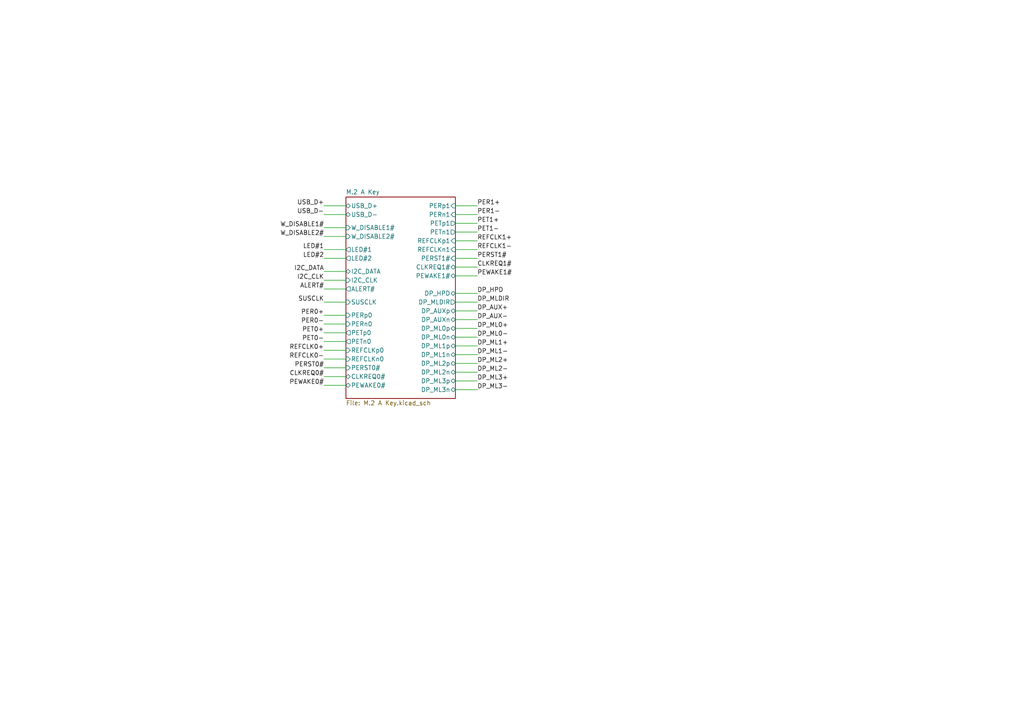
<source format=kicad_sch>
(kicad_sch
	(version 20250114)
	(generator "eeschema")
	(generator_version "9.0")
	(uuid "be37c6ac-80c4-4199-9a78-4aebb9ba3f25")
	(paper "A4")
	(lib_symbols)
	(wire
		(pts
			(xy 132.08 87.63) (xy 138.43 87.63)
		)
		(stroke
			(width 0)
			(type default)
		)
		(uuid "05af7ba7-dbea-4a6d-894b-fff43b5538ee")
	)
	(wire
		(pts
			(xy 132.08 92.71) (xy 138.43 92.71)
		)
		(stroke
			(width 0)
			(type default)
		)
		(uuid "0734186e-8838-464f-a4f4-0dde06b42e03")
	)
	(wire
		(pts
			(xy 132.08 113.03) (xy 138.43 113.03)
		)
		(stroke
			(width 0)
			(type default)
		)
		(uuid "1107fa35-8013-46d7-bb24-9c4e7332f3ca")
	)
	(wire
		(pts
			(xy 93.98 66.04) (xy 100.33 66.04)
		)
		(stroke
			(width 0)
			(type default)
		)
		(uuid "11ebb17f-ddba-46df-aced-cf57c9e48352")
	)
	(wire
		(pts
			(xy 93.98 109.22) (xy 100.33 109.22)
		)
		(stroke
			(width 0)
			(type default)
		)
		(uuid "17438395-f6b5-4762-bb1b-a278cc856f2a")
	)
	(wire
		(pts
			(xy 132.08 72.39) (xy 138.43 72.39)
		)
		(stroke
			(width 0)
			(type default)
		)
		(uuid "1a230641-6c04-4d93-810e-a52e926da280")
	)
	(wire
		(pts
			(xy 132.08 97.79) (xy 138.43 97.79)
		)
		(stroke
			(width 0)
			(type default)
		)
		(uuid "1d3a52be-ec1d-4dc5-ba15-cb6fb73b87bb")
	)
	(wire
		(pts
			(xy 132.08 59.69) (xy 138.43 59.69)
		)
		(stroke
			(width 0)
			(type default)
		)
		(uuid "217dde74-0c6d-4a56-9e95-bde60b4467a0")
	)
	(wire
		(pts
			(xy 93.98 59.69) (xy 100.33 59.69)
		)
		(stroke
			(width 0)
			(type default)
		)
		(uuid "2b413b9b-d094-47cf-9bd0-4a04cbce10ce")
	)
	(wire
		(pts
			(xy 93.98 91.44) (xy 100.33 91.44)
		)
		(stroke
			(width 0)
			(type default)
		)
		(uuid "2d8d74ec-1596-471e-b2b3-5cc2a755ae3e")
	)
	(wire
		(pts
			(xy 93.98 101.6) (xy 100.33 101.6)
		)
		(stroke
			(width 0)
			(type default)
		)
		(uuid "324a397c-f048-42e0-a977-adfd197a3310")
	)
	(wire
		(pts
			(xy 93.98 72.39) (xy 100.33 72.39)
		)
		(stroke
			(width 0)
			(type default)
		)
		(uuid "37ba3835-bd73-44ed-9e55-d2de7a2faf18")
	)
	(wire
		(pts
			(xy 93.98 81.28) (xy 100.33 81.28)
		)
		(stroke
			(width 0)
			(type default)
		)
		(uuid "3d2954e7-d31a-42ea-a672-7df36db0fdc4")
	)
	(wire
		(pts
			(xy 93.98 93.98) (xy 100.33 93.98)
		)
		(stroke
			(width 0)
			(type default)
		)
		(uuid "447ebd93-7168-47dd-829d-554933829a8a")
	)
	(wire
		(pts
			(xy 132.08 67.31) (xy 138.43 67.31)
		)
		(stroke
			(width 0)
			(type default)
		)
		(uuid "4b1ef0dd-6459-4c75-a3b8-42d902eeac86")
	)
	(wire
		(pts
			(xy 93.98 99.06) (xy 100.33 99.06)
		)
		(stroke
			(width 0)
			(type default)
		)
		(uuid "4f4a2ac6-2863-4222-b8c1-5df941aa9d9f")
	)
	(wire
		(pts
			(xy 132.08 107.95) (xy 138.43 107.95)
		)
		(stroke
			(width 0)
			(type default)
		)
		(uuid "500c7915-8f3d-49fd-b208-7a1c62268fb3")
	)
	(wire
		(pts
			(xy 93.98 62.23) (xy 100.33 62.23)
		)
		(stroke
			(width 0)
			(type default)
		)
		(uuid "565c4208-2133-44e2-b05a-b91e3ec6b05b")
	)
	(wire
		(pts
			(xy 132.08 95.25) (xy 138.43 95.25)
		)
		(stroke
			(width 0)
			(type default)
		)
		(uuid "58081082-cb02-415a-9f2e-dae71df19725")
	)
	(wire
		(pts
			(xy 132.08 80.01) (xy 138.43 80.01)
		)
		(stroke
			(width 0)
			(type default)
		)
		(uuid "67babe57-0dde-4c09-9173-07cbd029b01a")
	)
	(wire
		(pts
			(xy 93.98 78.74) (xy 100.33 78.74)
		)
		(stroke
			(width 0)
			(type default)
		)
		(uuid "71966f04-d78f-49e5-879a-ed1d2a50f3c0")
	)
	(wire
		(pts
			(xy 132.08 85.09) (xy 138.43 85.09)
		)
		(stroke
			(width 0)
			(type default)
		)
		(uuid "741451df-d5d0-4180-901a-aa548d60261a")
	)
	(wire
		(pts
			(xy 132.08 77.47) (xy 138.43 77.47)
		)
		(stroke
			(width 0)
			(type default)
		)
		(uuid "75625224-91fd-4fbc-bffe-fa0a951926a5")
	)
	(wire
		(pts
			(xy 132.08 100.33) (xy 138.43 100.33)
		)
		(stroke
			(width 0)
			(type default)
		)
		(uuid "8038d786-847c-4f02-ac4f-bc49c7a37305")
	)
	(wire
		(pts
			(xy 93.98 106.68) (xy 100.33 106.68)
		)
		(stroke
			(width 0)
			(type default)
		)
		(uuid "a3f04643-6f95-4a35-b1fd-7f6a92f25c1f")
	)
	(wire
		(pts
			(xy 132.08 90.17) (xy 138.43 90.17)
		)
		(stroke
			(width 0)
			(type default)
		)
		(uuid "a64e4c6e-073d-4958-9315-f0c1503f29f2")
	)
	(wire
		(pts
			(xy 93.98 96.52) (xy 100.33 96.52)
		)
		(stroke
			(width 0)
			(type default)
		)
		(uuid "a7953910-5cf7-4b3e-817c-b36c18f62c0f")
	)
	(wire
		(pts
			(xy 132.08 110.49) (xy 138.43 110.49)
		)
		(stroke
			(width 0)
			(type default)
		)
		(uuid "ac36d072-b9ea-42d2-af4c-fd75d58f8727")
	)
	(wire
		(pts
			(xy 132.08 102.87) (xy 138.43 102.87)
		)
		(stroke
			(width 0)
			(type default)
		)
		(uuid "bd6685d4-0310-4af9-8e11-6d2a44bf67b9")
	)
	(wire
		(pts
			(xy 132.08 69.85) (xy 138.43 69.85)
		)
		(stroke
			(width 0)
			(type default)
		)
		(uuid "c0b46ad7-759b-480a-aae4-a0f84e7069e2")
	)
	(wire
		(pts
			(xy 93.98 87.63) (xy 100.33 87.63)
		)
		(stroke
			(width 0)
			(type default)
		)
		(uuid "c228ca63-1e34-4988-9e2f-2c2581da4642")
	)
	(wire
		(pts
			(xy 93.98 74.93) (xy 100.33 74.93)
		)
		(stroke
			(width 0)
			(type default)
		)
		(uuid "c472aee1-a187-4f6a-8048-6f42e049db1d")
	)
	(wire
		(pts
			(xy 132.08 62.23) (xy 138.43 62.23)
		)
		(stroke
			(width 0)
			(type default)
		)
		(uuid "c8b3fbc4-60dd-4e58-b70b-1c923bae0b37")
	)
	(wire
		(pts
			(xy 93.98 68.58) (xy 100.33 68.58)
		)
		(stroke
			(width 0)
			(type default)
		)
		(uuid "e0cc2965-e54f-4ec6-b5bf-322ac0a29c98")
	)
	(wire
		(pts
			(xy 93.98 111.76) (xy 100.33 111.76)
		)
		(stroke
			(width 0)
			(type default)
		)
		(uuid "e0e7fa45-1689-4764-8252-ac6e532bff50")
	)
	(wire
		(pts
			(xy 132.08 74.93) (xy 138.43 74.93)
		)
		(stroke
			(width 0)
			(type default)
		)
		(uuid "e70091e3-e9ad-4bec-a8d7-9754132e5be1")
	)
	(wire
		(pts
			(xy 93.98 104.14) (xy 100.33 104.14)
		)
		(stroke
			(width 0)
			(type default)
		)
		(uuid "eb59732a-55eb-4eb7-bfaf-28b9e30a3768")
	)
	(wire
		(pts
			(xy 93.98 83.82) (xy 100.33 83.82)
		)
		(stroke
			(width 0)
			(type default)
		)
		(uuid "eba53842-288f-4f95-a08f-26703190bdb8")
	)
	(wire
		(pts
			(xy 132.08 64.77) (xy 138.43 64.77)
		)
		(stroke
			(width 0)
			(type default)
		)
		(uuid "f28470fe-0412-4a62-b1ee-c4043bbdb532")
	)
	(wire
		(pts
			(xy 132.08 105.41) (xy 138.43 105.41)
		)
		(stroke
			(width 0)
			(type default)
		)
		(uuid "f5e5052a-b893-414d-a757-fd894d4f3676")
	)
	(label "PEWAKE1#"
		(at 138.43 80.01 0)
		(effects
			(font
				(size 1.27 1.27)
			)
			(justify left bottom)
		)
		(uuid "018c089a-26b6-4e30-9ac9-d23a95d88cfb")
	)
	(label "REFCLK0+"
		(at 93.98 101.6 180)
		(effects
			(font
				(size 1.27 1.27)
			)
			(justify right bottom)
		)
		(uuid "02cfb8d6-efb5-4601-a885-c041c52ca873")
	)
	(label "PET1-"
		(at 138.43 67.31 0)
		(effects
			(font
				(size 1.27 1.27)
			)
			(justify left bottom)
		)
		(uuid "07c11cdc-eeaa-4b44-9dd3-f64a8fd75e6b")
	)
	(label "USB_D-"
		(at 93.98 62.23 180)
		(effects
			(font
				(size 1.27 1.27)
			)
			(justify right bottom)
		)
		(uuid "10fa0346-0ab6-4451-8db8-59241b07fe0c")
	)
	(label "CLKREQ0#"
		(at 93.98 109.22 180)
		(effects
			(font
				(size 1.27 1.27)
			)
			(justify right bottom)
		)
		(uuid "1e5b6b37-2698-44f1-9392-833dce26f109")
	)
	(label "REFCLK1-"
		(at 138.43 72.39 0)
		(effects
			(font
				(size 1.27 1.27)
			)
			(justify left bottom)
		)
		(uuid "2f49fd22-5ef9-467d-9561-ddc1cdc45772")
	)
	(label "LED#2"
		(at 93.98 74.93 180)
		(effects
			(font
				(size 1.27 1.27)
			)
			(justify right bottom)
		)
		(uuid "35b8bba5-b350-429e-908a-71498769c0fc")
	)
	(label "DP_AUX+"
		(at 138.43 90.17 0)
		(effects
			(font
				(size 1.27 1.27)
			)
			(justify left bottom)
		)
		(uuid "36268405-60e2-4c7e-8ead-a31ce11fa774")
	)
	(label "DP_HPD"
		(at 138.43 85.09 0)
		(effects
			(font
				(size 1.27 1.27)
			)
			(justify left bottom)
		)
		(uuid "4d0a9fc9-0026-4788-b9d4-6257bf5d5d54")
	)
	(label "PER0+"
		(at 93.98 91.44 180)
		(effects
			(font
				(size 1.27 1.27)
			)
			(justify right bottom)
		)
		(uuid "53476b06-a426-4e33-ae46-06a30cfad050")
	)
	(label "PEWAKE0#"
		(at 93.98 111.76 180)
		(effects
			(font
				(size 1.27 1.27)
			)
			(justify right bottom)
		)
		(uuid "55990373-ca0b-4290-9d66-068a3bdf946c")
	)
	(label "REFCLK1+"
		(at 138.43 69.85 0)
		(effects
			(font
				(size 1.27 1.27)
			)
			(justify left bottom)
		)
		(uuid "5668eb65-b8cd-4bee-a801-0fe925fda14b")
	)
	(label "DP_ML0-"
		(at 138.43 97.79 0)
		(effects
			(font
				(size 1.27 1.27)
			)
			(justify left bottom)
		)
		(uuid "66ca0b23-3cc3-42f7-bf0c-eacef9d846c5")
	)
	(label "DP_MLDIR"
		(at 138.43 87.63 0)
		(effects
			(font
				(size 1.27 1.27)
			)
			(justify left bottom)
		)
		(uuid "6b8b5b90-6cd1-4e36-b7cb-ad6994a9da28")
	)
	(label "DP_ML3+"
		(at 138.43 110.49 0)
		(effects
			(font
				(size 1.27 1.27)
			)
			(justify left bottom)
		)
		(uuid "6de8abb7-b0bd-4387-9f33-49034fdc6efb")
	)
	(label "CLKREQ1#"
		(at 138.43 77.47 0)
		(effects
			(font
				(size 1.27 1.27)
			)
			(justify left bottom)
		)
		(uuid "775e3090-d18e-405d-bda2-cee02012c678")
	)
	(label "SUSCLK"
		(at 93.98 87.63 180)
		(effects
			(font
				(size 1.27 1.27)
			)
			(justify right bottom)
		)
		(uuid "784aa8ba-cf44-4c96-8429-a463eae2577f")
	)
	(label "DP_ML3-"
		(at 138.43 113.03 0)
		(effects
			(font
				(size 1.27 1.27)
			)
			(justify left bottom)
		)
		(uuid "788dc5fd-4ea3-445c-bb0d-74e056c63e16")
	)
	(label "REFCLK0-"
		(at 93.98 104.14 180)
		(effects
			(font
				(size 1.27 1.27)
			)
			(justify right bottom)
		)
		(uuid "83856696-eb4f-4b46-bbfa-d6cbcb012312")
	)
	(label "PER1-"
		(at 138.43 62.23 0)
		(effects
			(font
				(size 1.27 1.27)
			)
			(justify left bottom)
		)
		(uuid "8915f5f9-40c9-42ec-b23a-9e91264be452")
	)
	(label "PER1+"
		(at 138.43 59.69 0)
		(effects
			(font
				(size 1.27 1.27)
			)
			(justify left bottom)
		)
		(uuid "8a507665-52eb-48f2-9573-6567d7b53dd0")
	)
	(label "DP_ML0+"
		(at 138.43 95.25 0)
		(effects
			(font
				(size 1.27 1.27)
			)
			(justify left bottom)
		)
		(uuid "952cc767-ab73-431e-992a-2c2568e3ac68")
	)
	(label "DP_ML1-"
		(at 138.43 102.87 0)
		(effects
			(font
				(size 1.27 1.27)
			)
			(justify left bottom)
		)
		(uuid "9a8a302f-6f25-4a38-a90e-f842ea6eefb0")
	)
	(label "I2C_DATA"
		(at 93.98 78.74 180)
		(effects
			(font
				(size 1.27 1.27)
			)
			(justify right bottom)
		)
		(uuid "9b44cc3a-0897-4212-9413-adb48a27dab2")
	)
	(label "PER0-"
		(at 93.98 93.98 180)
		(effects
			(font
				(size 1.27 1.27)
			)
			(justify right bottom)
		)
		(uuid "9c66c533-63f3-4858-8bf9-66ec3a5ec4e7")
	)
	(label "PET0-"
		(at 93.98 99.06 180)
		(effects
			(font
				(size 1.27 1.27)
			)
			(justify right bottom)
		)
		(uuid "a2389853-450b-4622-a0b0-ef2fb7016c9b")
	)
	(label "ALERT#"
		(at 93.98 83.82 180)
		(effects
			(font
				(size 1.27 1.27)
			)
			(justify right bottom)
		)
		(uuid "a338c8bd-26cf-49e4-992f-903b52112642")
	)
	(label "DP_AUX-"
		(at 138.43 92.71 0)
		(effects
			(font
				(size 1.27 1.27)
			)
			(justify left bottom)
		)
		(uuid "a86c5345-4ccb-4322-a911-c397ac553937")
	)
	(label "PET0+"
		(at 93.98 96.52 180)
		(effects
			(font
				(size 1.27 1.27)
			)
			(justify right bottom)
		)
		(uuid "bc49dbb0-fb3d-4d6f-af59-7e701989a078")
	)
	(label "USB_D+"
		(at 93.98 59.69 180)
		(effects
			(font
				(size 1.27 1.27)
			)
			(justify right bottom)
		)
		(uuid "c41960b2-de39-45f8-b6f1-a1be59fa1bb7")
	)
	(label "PET1+"
		(at 138.43 64.77 0)
		(effects
			(font
				(size 1.27 1.27)
			)
			(justify left bottom)
		)
		(uuid "ca634611-68ce-48cb-855a-91e800b191a1")
	)
	(label "DP_ML2-"
		(at 138.43 107.95 0)
		(effects
			(font
				(size 1.27 1.27)
			)
			(justify left bottom)
		)
		(uuid "cd4d2a35-a858-4123-be25-f141148c2a29")
	)
	(label "DP_ML1+"
		(at 138.43 100.33 0)
		(effects
			(font
				(size 1.27 1.27)
			)
			(justify left bottom)
		)
		(uuid "cdcad455-032a-4979-a079-24fb8bfc46d2")
	)
	(label "PERST0#"
		(at 93.98 106.68 180)
		(effects
			(font
				(size 1.27 1.27)
			)
			(justify right bottom)
		)
		(uuid "da12fc3d-ef8e-4888-ac05-b335cc8cd1c5")
	)
	(label "DP_ML2+"
		(at 138.43 105.41 0)
		(effects
			(font
				(size 1.27 1.27)
			)
			(justify left bottom)
		)
		(uuid "f1210e54-29f4-4034-9763-52be4f194512")
	)
	(label "W_DISABLE2#"
		(at 93.98 68.58 180)
		(effects
			(font
				(size 1.27 1.27)
			)
			(justify right bottom)
		)
		(uuid "f1fffbf9-9e4c-4037-bacb-8dd521f92a61")
	)
	(label "LED#1"
		(at 93.98 72.39 180)
		(effects
			(font
				(size 1.27 1.27)
			)
			(justify right bottom)
		)
		(uuid "f74670dc-cdb2-4470-b71f-246b0e9956f7")
	)
	(label "PERST1#"
		(at 138.43 74.93 0)
		(effects
			(font
				(size 1.27 1.27)
			)
			(justify left bottom)
		)
		(uuid "f93b7314-0d85-4cec-9818-84864827d08c")
	)
	(label "I2C_CLK"
		(at 93.98 81.28 180)
		(effects
			(font
				(size 1.27 1.27)
			)
			(justify right bottom)
		)
		(uuid "fa6a1c90-cd4f-4321-8d70-0c8ce06d9840")
	)
	(label "W_DISABLE1#"
		(at 93.98 66.04 180)
		(effects
			(font
				(size 1.27 1.27)
			)
			(justify right bottom)
		)
		(uuid "fc34d5e0-adaa-4466-9893-bf33e5dcc253")
	)
	(sheet
		(at 100.33 57.15)
		(size 31.75 58.42)
		(exclude_from_sim no)
		(in_bom yes)
		(on_board yes)
		(dnp no)
		(fields_autoplaced yes)
		(stroke
			(width 0.1524)
			(type solid)
		)
		(fill
			(color 0 0 0 0.0000)
		)
		(uuid "7de1cb24-0787-4bc1-99e9-a9ea98a3f6ee")
		(property "Sheetname" "M.2 A Key"
			(at 100.33 56.4384 0)
			(effects
				(font
					(size 1.27 1.27)
				)
				(justify left bottom)
			)
		)
		(property "Sheetfile" "M.2 A Key.kicad_sch"
			(at 100.33 116.1546 0)
			(effects
				(font
					(size 1.27 1.27)
				)
				(justify left top)
			)
		)
		(pin "USB_D+" bidirectional
			(at 100.33 59.69 180)
			(uuid "8c070ae9-88d2-4e98-a4ae-7a3f8e270f0b")
			(effects
				(font
					(size 1.27 1.27)
				)
				(justify left)
			)
		)
		(pin "USB_D-" bidirectional
			(at 100.33 62.23 180)
			(uuid "0f7c0693-beb9-42de-88c9-98d81f2a7627")
			(effects
				(font
					(size 1.27 1.27)
				)
				(justify left)
			)
		)
		(pin "W_DISABLE1#" input
			(at 100.33 66.04 180)
			(uuid "0bfb255d-b73c-44ef-852d-a575c6c5bfd9")
			(effects
				(font
					(size 1.27 1.27)
				)
				(justify left)
			)
		)
		(pin "W_DISABLE2#" input
			(at 100.33 68.58 180)
			(uuid "ed561936-d624-4422-aa8e-3a997f4b04f7")
			(effects
				(font
					(size 1.27 1.27)
				)
				(justify left)
			)
		)
		(pin "LED#1" output
			(at 100.33 72.39 180)
			(uuid "693e048a-5fa3-458e-a414-8cb9a1338379")
			(effects
				(font
					(size 1.27 1.27)
				)
				(justify left)
			)
		)
		(pin "LED#2" output
			(at 100.33 74.93 180)
			(uuid "24b54384-b6f6-415e-963e-91fe1bb762ac")
			(effects
				(font
					(size 1.27 1.27)
				)
				(justify left)
			)
		)
		(pin "I2C_DATA" bidirectional
			(at 100.33 78.74 180)
			(uuid "c3d53646-a191-4a83-a36d-4d286d099683")
			(effects
				(font
					(size 1.27 1.27)
				)
				(justify left)
			)
		)
		(pin "I2C_CLK" input
			(at 100.33 81.28 180)
			(uuid "a04fb7a4-dac9-43b4-b866-ab48169deb28")
			(effects
				(font
					(size 1.27 1.27)
				)
				(justify left)
			)
		)
		(pin "ALERT#" output
			(at 100.33 83.82 180)
			(uuid "5086ec23-867f-4602-be18-ddebb9452ec6")
			(effects
				(font
					(size 1.27 1.27)
				)
				(justify left)
			)
		)
		(pin "SUSCLK" input
			(at 100.33 87.63 180)
			(uuid "a0b0c22d-6d5f-4fcb-9387-1bc814b7158c")
			(effects
				(font
					(size 1.27 1.27)
				)
				(justify left)
			)
		)
		(pin "PERp0" input
			(at 100.33 91.44 180)
			(uuid "cc013115-18a1-4212-ab19-f409eca1a4d7")
			(effects
				(font
					(size 1.27 1.27)
				)
				(justify left)
			)
		)
		(pin "PERn0" input
			(at 100.33 93.98 180)
			(uuid "182bdfbb-3b37-431d-984d-4cc5a97380c7")
			(effects
				(font
					(size 1.27 1.27)
				)
				(justify left)
			)
		)
		(pin "PERST0#" input
			(at 100.33 106.68 180)
			(uuid "e5f76908-9679-4c6a-a1e0-e0bb00d34218")
			(effects
				(font
					(size 1.27 1.27)
				)
				(justify left)
			)
		)
		(pin "CLKREQ0#" bidirectional
			(at 100.33 109.22 180)
			(uuid "ff207655-4af6-4b6a-bd85-a294242ccf03")
			(effects
				(font
					(size 1.27 1.27)
				)
				(justify left)
			)
		)
		(pin "PETn0" output
			(at 100.33 99.06 180)
			(uuid "c610ba05-ea8e-4530-8c42-97c0c61534fa")
			(effects
				(font
					(size 1.27 1.27)
				)
				(justify left)
			)
		)
		(pin "PETp0" output
			(at 100.33 96.52 180)
			(uuid "4c1a98b9-2364-44d9-b367-d45dfab132d8")
			(effects
				(font
					(size 1.27 1.27)
				)
				(justify left)
			)
		)
		(pin "REFCLKp0" input
			(at 100.33 101.6 180)
			(uuid "27d5d400-4654-4fc7-aeeb-28a8a4e49a8f")
			(effects
				(font
					(size 1.27 1.27)
				)
				(justify left)
			)
		)
		(pin "PEWAKE0#" bidirectional
			(at 100.33 111.76 180)
			(uuid "741e9ee7-75c6-4d21-ae4d-562eb64194c9")
			(effects
				(font
					(size 1.27 1.27)
				)
				(justify left)
			)
		)
		(pin "REFCLKn0" input
			(at 100.33 104.14 180)
			(uuid "0ee3c5de-4ce9-40b4-9a12-82d61e4913f2")
			(effects
				(font
					(size 1.27 1.27)
				)
				(justify left)
			)
		)
		(pin "PEWAKE1#" bidirectional
			(at 132.08 80.01 0)
			(uuid "b690b738-46f2-4c1f-a8dd-2a25caf262a5")
			(effects
				(font
					(size 1.27 1.27)
				)
				(justify right)
			)
		)
		(pin "PETp1" output
			(at 132.08 64.77 0)
			(uuid "d7d647ba-d86c-4da2-91b1-cd7f2d909082")
			(effects
				(font
					(size 1.27 1.27)
				)
				(justify right)
			)
		)
		(pin "PERn1" input
			(at 132.08 62.23 0)
			(uuid "397d4329-8c19-45a4-8421-8156077fdb62")
			(effects
				(font
					(size 1.27 1.27)
				)
				(justify right)
			)
		)
		(pin "REFCLKp1" input
			(at 132.08 69.85 0)
			(uuid "f124c6b2-0489-4c46-ac9a-e402d33e68bd")
			(effects
				(font
					(size 1.27 1.27)
				)
				(justify right)
			)
		)
		(pin "PERp1" input
			(at 132.08 59.69 0)
			(uuid "ad7a11f4-3da4-4511-a266-32bc42267b9b")
			(effects
				(font
					(size 1.27 1.27)
				)
				(justify right)
			)
		)
		(pin "PETn1" output
			(at 132.08 67.31 0)
			(uuid "deced9de-89f5-4d6e-85f6-9bc9ae0a1aa1")
			(effects
				(font
					(size 1.27 1.27)
				)
				(justify right)
			)
		)
		(pin "REFCLKn1" input
			(at 132.08 72.39 0)
			(uuid "0c6bc1cb-df0b-433c-b613-585dcdcc1a1d")
			(effects
				(font
					(size 1.27 1.27)
				)
				(justify right)
			)
		)
		(pin "PERST1#" input
			(at 132.08 74.93 0)
			(uuid "507aaeee-24d4-484c-8e7f-30168d10869c")
			(effects
				(font
					(size 1.27 1.27)
				)
				(justify right)
			)
		)
		(pin "CLKREQ1#" bidirectional
			(at 132.08 77.47 0)
			(uuid "71b99741-2843-4847-a6ed-63cb7be04db1")
			(effects
				(font
					(size 1.27 1.27)
				)
				(justify right)
			)
		)
		(pin "DP_HPD" bidirectional
			(at 132.08 85.09 0)
			(uuid "dd5329eb-186e-4be3-8493-655fde898fb2")
			(effects
				(font
					(size 1.27 1.27)
				)
				(justify right)
			)
		)
		(pin "DP_MLDIR" output
			(at 132.08 87.63 0)
			(uuid "947caac4-95eb-475a-a5c0-30255167e04e")
			(effects
				(font
					(size 1.27 1.27)
				)
				(justify right)
			)
		)
		(pin "DP_AUXp" bidirectional
			(at 132.08 90.17 0)
			(uuid "7c769e25-8597-44fa-b045-710ca93e7cc9")
			(effects
				(font
					(size 1.27 1.27)
				)
				(justify right)
			)
		)
		(pin "DP_AUXn" bidirectional
			(at 132.08 92.71 0)
			(uuid "897df7a1-e5a9-4739-a01b-f496c791314d")
			(effects
				(font
					(size 1.27 1.27)
				)
				(justify right)
			)
		)
		(pin "DP_ML0n" bidirectional
			(at 132.08 97.79 0)
			(uuid "c82c619c-d2a8-4bc2-908f-b9ac89a588d6")
			(effects
				(font
					(size 1.27 1.27)
				)
				(justify right)
			)
		)
		(pin "DP_ML0p" bidirectional
			(at 132.08 95.25 0)
			(uuid "15f4b197-d727-4a0f-8a3e-5da18e26782d")
			(effects
				(font
					(size 1.27 1.27)
				)
				(justify right)
			)
		)
		(pin "DP_ML1p" bidirectional
			(at 132.08 100.33 0)
			(uuid "ab8c9f51-0809-4cf5-8f4a-28f336f9b148")
			(effects
				(font
					(size 1.27 1.27)
				)
				(justify right)
			)
		)
		(pin "DP_ML1n" bidirectional
			(at 132.08 102.87 0)
			(uuid "858b8ef2-1e57-4f07-9bc2-f2b086ac64a1")
			(effects
				(font
					(size 1.27 1.27)
				)
				(justify right)
			)
		)
		(pin "DP_ML2p" bidirectional
			(at 132.08 105.41 0)
			(uuid "17d8af1d-303e-4d03-93d3-df8f7ab9cf53")
			(effects
				(font
					(size 1.27 1.27)
				)
				(justify right)
			)
		)
		(pin "DP_ML2n" bidirectional
			(at 132.08 107.95 0)
			(uuid "d21bf21b-b396-4178-aca7-c646aeccf58c")
			(effects
				(font
					(size 1.27 1.27)
				)
				(justify right)
			)
		)
		(pin "DP_ML3p" bidirectional
			(at 132.08 110.49 0)
			(uuid "adcd7d60-a1e0-411f-ad2f-33d85f61e6e2")
			(effects
				(font
					(size 1.27 1.27)
				)
				(justify right)
			)
		)
		(pin "DP_ML3n" bidirectional
			(at 132.08 113.03 0)
			(uuid "ebd30329-cbae-4592-ba88-36fd0c42dec3")
			(effects
				(font
					(size 1.27 1.27)
				)
				(justify right)
			)
		)
		(instances
			(project "M.2 A Key 2242"
				(path "/be37c6ac-80c4-4199-9a78-4aebb9ba3f25"
					(page "2")
				)
			)
		)
	)
	(sheet_instances
		(path "/"
			(page "1")
		)
	)
	(embedded_fonts no)
)

</source>
